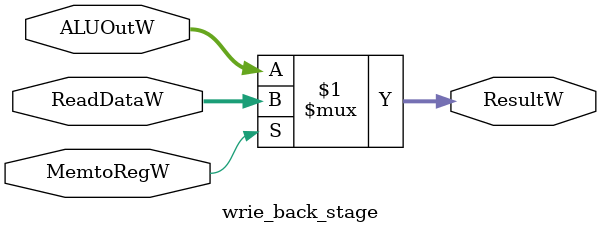
<source format=v>
`timescale 1ns / 1ps

module wrie_back_stage(
    input MemtoRegW,
    input [31:0] ReadDataW,
    input [31:0] ALUOutW,
    output [31:0] ResultW
    );
    
    assign ResultW = MemtoRegW ? ReadDataW : ALUOutW;
    
endmodule

</source>
